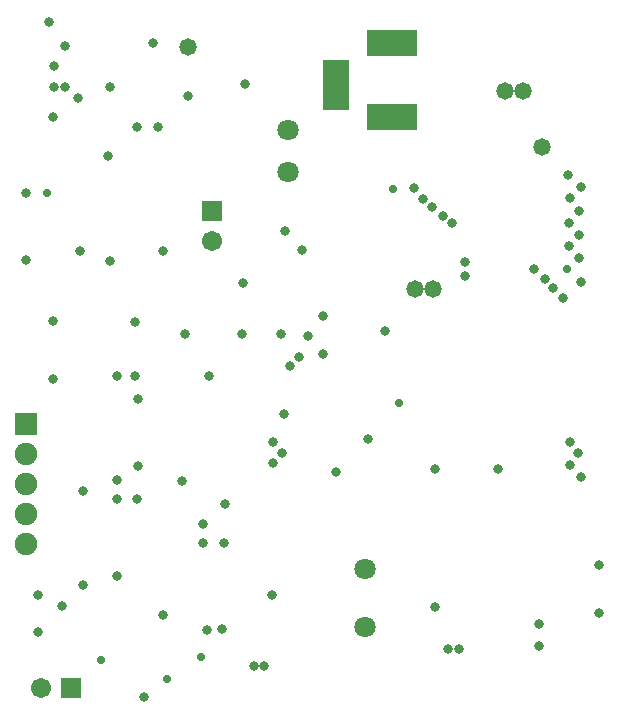
<source format=gbs>
G04 Layer_Color=16711935*
%FSLAX25Y25*%
%MOIN*%
G70*
G01*
G75*
%ADD91R,0.16548X0.08674*%
%ADD92R,0.08674X0.16548*%
%ADD93R,0.06706X0.06706*%
%ADD94C,0.06706*%
%ADD95C,0.07099*%
%ADD96C,0.00008*%
%ADD97R,0.06706X0.06706*%
%ADD98C,0.07493*%
%ADD99R,0.07493X0.07493*%
%ADD100C,0.02769*%
%ADD101C,0.03162*%
%ADD102C,0.05800*%
D91*
X461000Y393000D02*
D03*
Y417410D02*
D03*
D92*
X442496Y403630D02*
D03*
D93*
X401000Y361500D02*
D03*
D94*
Y351500D02*
D03*
X344000Y202500D02*
D03*
D95*
X426500Y388390D02*
D03*
Y374610D02*
D03*
X452000Y222854D02*
D03*
Y242146D02*
D03*
D96*
X490650Y207465D02*
D03*
X474902D02*
D03*
D97*
X354000Y202500D02*
D03*
D98*
X339000Y250500D02*
D03*
Y260500D02*
D03*
Y270500D02*
D03*
Y280500D02*
D03*
D99*
Y290500D02*
D03*
D100*
X397500Y213000D02*
D03*
X386000Y205500D02*
D03*
X364000Y212000D02*
D03*
X463500Y297500D02*
D03*
X461500Y369000D02*
D03*
X346000Y367500D02*
D03*
X519500Y342059D02*
D03*
D101*
X405252Y263748D02*
D03*
X398000Y257031D02*
D03*
X453000Y285500D02*
D03*
X430000Y313000D02*
D03*
X425000Y294000D02*
D03*
X427000Y310000D02*
D03*
X369500Y306500D02*
D03*
Y272000D02*
D03*
X343000Y221031D02*
D03*
X378500Y199469D02*
D03*
X418431Y210000D02*
D03*
X415069D02*
D03*
X421000Y233500D02*
D03*
X391000Y271500D02*
D03*
X351000Y230000D02*
D03*
X343000Y233500D02*
D03*
X384736Y227000D02*
D03*
X352000Y403000D02*
D03*
Y416500D02*
D03*
X530000Y243500D02*
D03*
Y227500D02*
D03*
X346732Y424500D02*
D03*
X348000Y393000D02*
D03*
X412000Y404000D02*
D03*
X339000Y367500D02*
D03*
X366354Y380000D02*
D03*
X347969Y305500D02*
D03*
X400000Y306500D02*
D03*
X375468D02*
D03*
X367000Y345000D02*
D03*
X338945Y345055D02*
D03*
X384555Y348311D02*
D03*
X357055D02*
D03*
X375500Y324532D02*
D03*
X347969Y324689D02*
D03*
X358000Y237000D02*
D03*
X405000Y251000D02*
D03*
X404500Y222264D02*
D03*
X399500Y222000D02*
D03*
X398000Y250969D02*
D03*
X421500Y284500D02*
D03*
Y277500D02*
D03*
X442500Y274500D02*
D03*
X510000Y216500D02*
D03*
Y223886D02*
D03*
X424500Y281000D02*
D03*
X517850Y332650D02*
D03*
X520500Y284500D02*
D03*
X523000Y281000D02*
D03*
X514701Y335799D02*
D03*
X520500Y277000D02*
D03*
X511949Y338949D02*
D03*
X508500Y342098D02*
D03*
X524000Y273000D02*
D03*
Y338000D02*
D03*
X523500Y346000D02*
D03*
X485500Y340000D02*
D03*
Y344500D02*
D03*
X520067Y349933D02*
D03*
X523500Y353500D02*
D03*
X481000Y357500D02*
D03*
X478000Y360000D02*
D03*
X520000Y357500D02*
D03*
X523500Y361500D02*
D03*
X474500Y363000D02*
D03*
X471500Y365500D02*
D03*
X520319Y365681D02*
D03*
X524000Y369500D02*
D03*
X468402Y369067D02*
D03*
X519555Y373555D02*
D03*
X376500Y299000D02*
D03*
Y276571D02*
D03*
X424031Y320500D02*
D03*
X392000D02*
D03*
X411031D02*
D03*
X376000Y265500D02*
D03*
X357921Y268231D02*
D03*
X369500Y240000D02*
D03*
X369496Y265500D02*
D03*
X433000Y320000D02*
D03*
X438000Y314000D02*
D03*
Y326500D02*
D03*
X425500Y354969D02*
D03*
X431000Y348500D02*
D03*
X411437Y337500D02*
D03*
X496500Y275500D02*
D03*
X475500Y275468D02*
D03*
X382968Y389500D02*
D03*
X375969D02*
D03*
X348472Y403000D02*
D03*
X348468Y410004D02*
D03*
X381500Y417500D02*
D03*
X356457Y399260D02*
D03*
X392969Y399732D02*
D03*
X366968Y403000D02*
D03*
X458756Y321626D02*
D03*
X483177Y215500D02*
D03*
X479815D02*
D03*
X475500Y229500D02*
D03*
D102*
X392969Y416268D02*
D03*
X511000Y383000D02*
D03*
X468750Y335500D02*
D03*
X474750D02*
D03*
X498750Y401500D02*
D03*
X504750D02*
D03*
M02*

</source>
